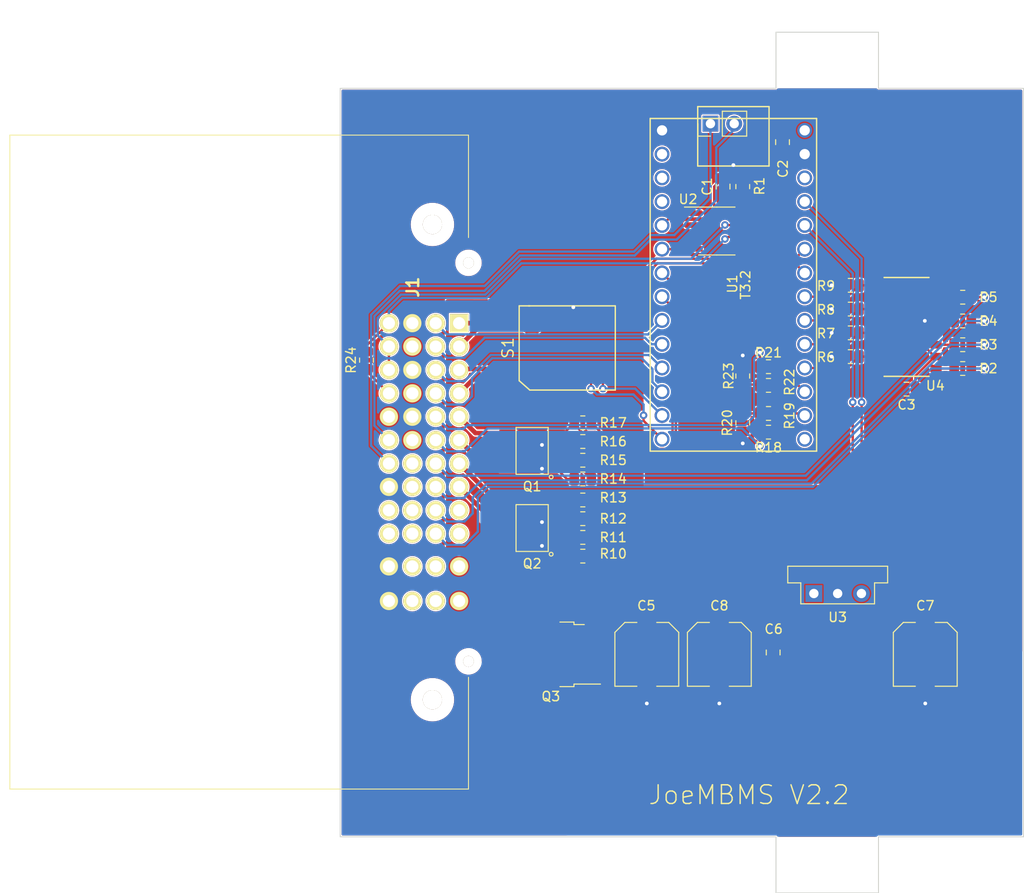
<source format=kicad_pcb>
(kicad_pcb (version 20211014) (generator pcbnew)
  (layers (0 "F.Cu" signal) (31 "B.Cu" signal) (34 "B.Paste" user) (35 "F.Paste" user) (36 "B.SilkS" user "B.Silkscreen") (37 "F.SilkS" user "F.Silkscreen") (38 "B.Mask" user) (39 "F.Mask" user) (44 "Edge.Cuts" user))
  (net 0 "")
  (net 1 "GND")
  (net 2 "+12V")
  (net 3 "Teensy_TX3")
  (net 4 "Teensy_RX3")
  (net 5 "Net-(R1-Pad2)")
  (net 6 "Net-(R2-Pad2)")
  (net 7 "Net-(R3-Pad2)")
  (net 8 "Net-(R4-Pad2)")
  (net 9 "Net-(R5-Pad2)")
  (net 10 "Teensy_IN2")
  (net 11 "Teensy_IN1")
  (net 12 "Teensy_IN3")
  (net 13 "Teensy_IN4")
  (net 14 "Teensy_OUT8")
  (net 15 "Teensy_OUT7")
  (net 16 "Teensy_OUT5")
  (net 17 "Teensy_OUT6")
  (net 18 "Teensy_ASEN2")
  (net 19 "Net-(R19-Pad1)")
  (net 20 "Teensy_ASEN1")
  (net 21 "Net-(R22-Pad1)")
  (net 22 "Teensy_OUT1")
  (net 23 "Teensy_OUT4")
  (net 24 "Teensy_OUT2")
  (net 25 "Teensy_OUT3")
  (net 31 "+3V3")
  (net 32 "Teensy_RX")
  (net 33 "Teensy_TX")
  (net 48 "J1_12V")
  (net 49 "J1_CANH")
  (net 50 "J1_IN4")
  (net 51 "J1_CANL")
  (net 52 "J1_IN3")
  (net 53 "J1_IN2")
  (net 54 "J1_OUT8")
  (net 55 "J1_IN1")
  (net 56 "J1_OUT7")
  (net 57 "J1_TX2")
  (net 58 "J1_OUT6")
  (net 59 "J1_RX2")
  (net 60 "J1_OUT5")
  (net 61 "J1_ASEN2")
  (net 62 "J1_OUT4")
  (net 63 "J1_ASEN1")
  (net 64 "J1_OUT3")
  (net 65 "J1_OUT2")
  (net 66 "J1_OUT1")
  (net 67 "J1_CAN_T_2")
  (net 68 "Net-(Q1-Pad4)")
  (net 69 "Net-(Q1-Pad2)")
  (net 70 "Net-(Q2-Pad4)")
  (net 71 "Net-(Q2-Pad2)")
  (net 74 "Teensy_D+")
  (net 75 "Teensy_D-")
  (net 76 "Teensy_VUSB")
  (footprint "Capacitor_SMD:C_Elec_6.3x7.7" (layer "F.Cu") (at 132.75 110.5 -90)
    (fp_text reference "C5")
    (fp_text value "100uF")
  )
  (footprint "Capacitor_SMD:C_0805_2012Metric" (layer "F.Cu") (at 146.25 110.3 90)
    (fp_text reference "C6")
    (fp_text value "10uF")
  )
  (footprint "Resistor_SMD:R_0805_2012Metric" (layer "F.Cu") (at 154.5 78.675 180)
    (fp_text reference "R6")
    (fp_text value "10k")
  )
  (footprint "Resistor_SMD:R_0805_2012Metric" (layer "F.Cu") (at 145.75 86.75 180)
    (fp_text reference "R18")
    (fp_text value "10k")
  )
  (footprint "TLP2934:TLP293-4" (layer "F.Cu") (at 160.5 75.5 180)
    (fp_text reference "U4")
    (fp_text value "IS281-4 " hide)
  )
  (footprint "Converter_DCDC:Converter_DCDC_muRata_OKI-78SR_Vertical" (layer "F.Cu") (at 150.6 104)
    (fp_text reference "U3")
    (fp_text value "DCDC 5V")
  )
  (footprint "Resistor_SMD:R_0805_2012Metric" (layer "F.Cu") (at 154.5 76.135 180)
    (fp_text reference "R7")
    (fp_text value "10k")
  )
  (footprint "Package_TO_SOT_SMD:TO-252-2" (layer "F.Cu") (at 122.5 110.5 180)
    (fp_text reference "Q3")
    (fp_text value "P-Chanel Mosfet")
  )
  (footprint "Resistor_SMD:R_0805_2012Metric" (layer "F.Cu") (at 154.5 71.055 180)
    (fp_text reference "R9")
    (fp_text value "10k")
  )
  (footprint "Resistor_SMD:R_0805_2012Metric" (layer "F.Cu") (at 125.9125 100 180)
    (fp_text reference "R10")
    (fp_text value "10k")
  )
  (footprint "Resistor_SMD:R_0805_2012Metric" (layer "F.Cu") (at 166.5 77.405 180)
    (fp_text reference "R3")
    (fp_text value "4.7k")
  )
  (footprint "JoeMBMS:SO-8_IRF956" (layer "F.Cu") (at 120.5 97 180)
    (fp_text reference "Q2")
    (fp_text value "BSO615NG")
  )
  (footprint "Resistor_SMD:R_0805_2012Metric" (layer "F.Cu") (at 166.5 79.945 180)
    (fp_text reference "R2")
    (fp_text value "4.7k")
  )
  (footprint "Resistor_SMD:R_0805_2012Metric" (layer "F.Cu") (at 102.8 79.05 90)
    (fp_text reference "R24")
    (fp_text value "120")
  )
  (footprint "Capacitor_SMD:C_Elec_6.3x7.7" (layer "F.Cu") (at 140.5 110.5 -90)
    (fp_text reference "C8")
    (fp_text value "100uF")
  )
  (footprint "Capacitor_SMD:C_0805_2012Metric" (layer "F.Cu") (at 147.25 55.75 90)
    (fp_text reference "C2")
    (fp_text value "10uF")
  )
  (footprint "Resistor_SMD:R_0805_2012Metric" (layer "F.Cu") (at 166.5 72.325 180)
    (fp_text reference "R5")
    (fp_text value "4.7k")
  )
  (footprint "Capacitor_SMD:C_0805_2012Metric" (layer "F.Cu") (at 160.5 82.15 180)
    (fp_text reference "C3")
    (fp_text value "10uF")
  )
  (footprint "Resistor_SMD:R_0805_2012Metric" (layer "F.Cu") (at 125.9125 98 180)
    (fp_text reference "R11")
    (fp_text value "220")
  )
  (footprint "Resistor_SMD:R_0805_2012Metric" (layer "F.Cu") (at 125.9125 94 180)
    (fp_text reference "R13")
    (fp_text value "220")
  )
  (footprint "Resistor_SMD:R_0805_2012Metric" (layer "F.Cu") (at 154.5 73.595 180)
    (fp_text reference "R8")
    (fp_text value "10k")
  )
  (footprint "Resistor_SMD:R_0805_2012Metric" (layer "F.Cu") (at 143 85.75 90)
    (fp_text reference "R20")
    (fp_text value "10k")
  )
  (footprint "Resistor_SMD:R_0805_2012Metric" (layer "F.Cu") (at 125.9125 96 180)
    (fp_text reference "R12")
    (fp_text value "10k")
  )
  (footprint "Resistor_SMD:R_0805_2012Metric" (layer "F.Cu") (at 143 80.75 -90)
    (fp_text reference "R23")
    (fp_text value "10k")
  )
  (footprint "Resistor_SMD:R_0805_2012Metric" (layer "F.Cu") (at 143 60.5 -90)
    (fp_text reference "R1")
    (fp_text value "10k")
  )
  (footprint "Capacitor_SMD:C_Elec_6.3x7.7" (layer "F.Cu") (at 162.5 110.5 -90)
    (fp_text reference "C7")
    (fp_text value "100uF")
  )
  (footprint "Molex_5007620481:5007620481" (layer "F.Cu") (at 112.7 75.1 -90)
    (fp_text reference "J1")
    (fp_text value "5007620481" hide)
  )
  (footprint "Resistor_SMD:R_0805_2012Metric" (layer "F.Cu") (at 166.5 74.865 180)
    (fp_text reference "R4")
    (fp_text value "4.7k")
  )
  (footprint "Resistor_SMD:R_0805_2012Metric" (layer "F.Cu") (at 145.75 79.75 180)
    (fp_text reference "R21")
    (fp_text value "10k")
  )
  (footprint "Resistor_SMD:R_0805_2012Metric" (layer "F.Cu") (at 145.75 81.75)
    (fp_text reference "R22")
    (fp_text value "10k")
  )
  (footprint "Resistor_SMD:R_0805_2012Metric" (layer "F.Cu") (at 125.9125 89.75 180)
    (fp_text reference "R15")
    (fp_text value "220")
  )
  (footprint "JoeMBMS:SO-8_IRF956" (layer "F.Cu") (at 120.5 88.75 180)
    (fp_text reference "Q1")
    (fp_text value "BSO615NG")
  )
  (footprint "Resistor_SMD:R_0805_2012Metric" (layer "F.Cu") (at 125.9125 91.75 180)
    (fp_text reference "R14")
    (fp_text value "10k")
  )
  (footprint "Resistor_SMD:R_0805_2012Metric" (layer "F.Cu") (at 125.9125 85.75 180)
    (fp_text reference "R17")
    (fp_text value "220")
  )
  (footprint "Resistor_SMD:R_0805_2012Metric" (layer "F.Cu") (at 125.9125 87.75 180)
    (fp_text reference "R16")
    (fp_text value "10k")
  )
  (footprint "MRV_SMD_Packages:PG-DSO-14-40_EP" (layer "F.Cu") (at 124.25 77.75)
    (fp_text reference "S1")
    (fp_text value "BTS5200-4")
  )
  (footprint "Capacitor_SMD:C_0805_2012Metric" (layer "F.Cu") (at 140.9 60.5 -90)
    (fp_text reference "C1")
    (fp_text value "100nF")
  )
  (footprint "Resistor_SMD:R_0805_2012Metric" (layer "F.Cu") (at 145.75 84.75)
    (fp_text reference "R19")
    (fp_text value "10k")
  )
  (footprint "Teensy:Teensy30_31_32_LC_Mod" (layer "F.Cu") (at 142 71 -90)
    (fp_text reference "U1")
    (fp_text value "Teensy3.2")
  )
  (footprint "Connector_PinHeader_2.54mm:PinHeader_1x02_P2.54mm_Vertical" (layer "F.Cu") (at 139.55 53.775 90)
    (fp_text reference "REF**" hide)
    (fp_text value "PinHeader_1x02_P2.54mm_Vertical")
  )
  (footprint "Package_SO:SOIC-8_3.9x4.9mm_P1.27mm" (layer "F.Cu") (at 140.225 65.25)
    (fp_text reference "U2")
    (fp_text value "SN65HVD251")
  )
  (gr_line (start 173 50) (end 173 130) (layer "Edge.Cuts") (width 0.1))
  (gr_line (start 173 130) (end 157.5 130) (layer "Edge.Cuts") (width 0.1))
  (gr_line (start 146.55 50) (end 146.55 44) (layer "Edge.Cuts") (width 0.1))
  (gr_line (start 146.55 44) (end 157.5 44) (layer "Edge.Cuts") (width 0.1))
  (gr_line (start 157.5 44) (end 157.5 50) (layer "Edge.Cuts") (width 0.1))
  (gr_line (start 157.5 50) (end 173 50) (layer "Edge.Cuts") (width 0.1))
  (gr_line (start 146.55 50) (end 146.55 50) (layer "Edge.Cuts") (width 0.1))
  (gr_line (start 146.55 130) (end 100 130) (layer "Edge.Cuts") (width 0.1))
  (gr_line (start 157.5 136) (end 146.55 136) (layer "Edge.Cuts") (width 0.1))
  (gr_line (start 157.5 136) (end 157.5 130) (layer "Edge.Cuts") (width 0.1))
  (gr_line (start 146.55 136) (end 146.55 130) (layer "Edge.Cuts") (width 0.1))
  (gr_line (start 100 130) (end 100 50) (layer "Edge.Cuts") (width 0.1))
  (gr_line (start 100 50) (end 146.55 50) (layer "Edge.Cuts") (width 0.1))
  (gr_text "JoeMBMS V2.2" (at 143.675 125.525) (layer "F.SilkS") (effects (font (size 2 2))))
  (segment (start 125.52 74.02) (end 124.9 73.4) (width 0.25) (layer "F.Cu") (net 1))
  (segment (start 124.25 74.905) (end 124.25 74.05) (width 0.25) (layer "F.Cu") (net 1))
  (segment (start 162.685 76.135) (end 162.685 75.085) (width 0.25) (layer "F.Cu") (net 1))
  (segment (start 139.94999 60.50001) (end 140.9 59.55) (width 0.25) (layer "F.Cu") (net 1))
  (segment (start 125 91.75) (end 124.205 91.75) (width 0.25) (layer "F.Cu") (net 1))
  (segment (start 163.649999 71.055) (end 163.511697 71.055) (width 0.25) (layer "F.Cu") (net 1))
  (segment (start 137.775 64.615) (end 138.75 64.615) (width 0.25) (layer "F.Cu") (net 1))
  (segment (start 123.11 90.655) (end 121.55 90.655) (width 0.5) (layer "F.Cu") (net 1))
  (segment (start 139.94999 63.41501) (end 139.94999 60.50001) (width 0.25) (layer "F.Cu") (net 1))
  (segment (start 162.828098 73.570001) (end 162.803099 73.595) (width 0.25) (layer "F.Cu") (net 1))
  (segment (start 143 59.5875) (end 143 59.2) (width 0.25) (layer "F.Cu") (net 1))
  (segment (start 163.649999 73.595) (end 162.803099 73.595) (width 0.25) (layer "F.Cu") (net 1))
  (segment (start 163.649999 78.675) (end 163.511697 78.675) (width 0.25) (layer "F.Cu") (net 1))
  (segment (start 163.649999 76.135) (end 162.685 76.135) (width 0.25) (layer "F.Cu") (net 1))
  (segment (start 162.803099 74.496901) (end 162.45 74.85) (width 0.25) (layer "F.Cu") (net 1))
  (segment (start 163.511697 78.675) (end 162.685 77.848303) (width 0.25) (layer "F.Cu") (net 1))
  (segment (start 149.62 57.03) (end 147.58 57.03) (width 0.25) (layer "F.Cu") (net 1))
  (segment (start 124.635 88.115) (end 125 87.75) (width 0.25) (layer "F.Cu") (net 1))
  (segment (start 147.58 57.03) (end 147.25 56.7) (width 0.25) (layer "F.Cu") (net 1))
  (segment (start 152.5 78.675) (end 153.5875 78.675) (width 0.25) (layer "F.Cu") (net 1))
  (segment (start 143 79.8375) (end 143 78.55) (width 0.25) (layer "F.Cu") (net 1))
  (segment (start 162.685 75.085) (end 162.45 74.85) (width 0.25) (layer "F.Cu") (net 1))
  (segment (start 162.828098 71.738599) (end 162.828098 72.911401) (width 0.25) (layer "F.Cu") (net 1))
  (segment (start 123.905 98.905) (end 125 100) (width 0.25) (layer "F.Cu") (net 1))
  (segment (start 125.52 74.905) (end 125.52 74.02) (width 0.25) (layer "F.Cu") (net 1))
  (segment (start 140.9 59.55) (end 140.9 59.3) (width 0.25) (layer "F.Cu") (net 1))
  (segment (start 152.5 76.135) (end 153.5875 76.135) (width 0.25) (layer "F.Cu") (net 1))
  (segment (start 124.25 74.05) (end 124.9 73.4) (width 0.25) (layer "F.Cu") (net 1))
  (segment (start 162.828098 72.911401) (end 162.828098 73.570001) (width 0.25) (layer "F.Cu") (net 1))
  (segment (start 123.11 98.905) (end 121.55 98.905) (width 0.5) (layer "F.Cu") (net 1))
  (segment (start 123.11 88.115) (end 121.55 88.115) (width 0.5) (layer "F.Cu") (net 1))
  (segment (start 140.9 59.3) (end 142 58.2) (width 0.25) (layer "F.Cu") (net 1))
  (segment (start 124.635 96.365) (end 125 96) (width 0.25) (layer "F.Cu") (net 1))
  (segment (start 143 59.2) (end 142 58.2) (width 0.25) (layer "F.Cu") (net 1))
  (segment (start 163.511697 71.055) (end 162.828098 71.738599) (width 0.25) (layer "F.Cu") (net 1))
  (segment (start 152.5 73.595) (end 153.5875 73.595) (width 0.25) (layer "F.Cu") (net 1))
  (segment (start 123.11 98.905) (end 123.905 98.905) (width 0.25) (layer "F.Cu") (net 1))
  (segment (start 143 87.95) (end 143 86.6625) (width 0.25) (layer "F.Cu") (net 1))
  (segment (start 138.75 64.615) (end 139.94999 63.41501) (width 0.25) (layer "F.Cu") (net 1))
  (segment (start 162.685 77.848303) (end 162.685 76.135) (width 0.25) (layer "F.Cu") (net 1))
  (segment (start 123.11 96.365) (end 121.55 96.365) (width 0.5) (layer "F.Cu") (net 1))
  (segment (start 161.45 80.736697) (end 161.45 82.15) (width 0.25) (layer "F.Cu") (net 1))
  (segment (start 123.11 88.115) (end 124.635 88.115) (width 0.25) (layer "F.Cu") (net 1))
  (segment (start 123.11 96.365) (end 124.635 96.365) (width 0.25) (layer "F.Cu") (net 1))
  (segment (start 152.5 71.055) (end 153.5875 71.055) (width 0.25) (layer "F.Cu") (net 1))
  (segment (start 124.205 91.75) (end 123.11 90.655) (width 0.25) (layer "F.Cu") (net 1))
  (segment (start 162.803099 73.595) (end 162.803099 74.496901) (width 0.25) (layer "F.Cu") (net 1))
  (segment (start 163.511697 78.675) (end 161.45 80.736697) (width 0.25) (layer "F.Cu") (net 1))
  (via (at 162.5 115.75) (size 0.8) (drill 0.4) (layers "F.Cu" "B.Cu") (net 1))
  (via (at 143 87.95) (size 0.8) (drill 0.4) (layers "F.Cu" "B.Cu") (net 1))
  (via (at 121.55 88.115) (size 0.8) (drill 0.4) (layers "F.Cu" "B.Cu") (net 1))
  (via (at 132.75 115.75) (size 0.8) (drill 0.4) (layers "F.Cu" "B.Cu") (net 1))
  (via (at 142 58.2) (size 0.8) (drill 0.4) (layers "F.Cu" "B.Cu") (net 1))
  (via (at 143 78.55) (size 0.8) (drill 0.4) (layers "F.Cu" "B.Cu") (net 1))
  (via (at 152.5 76.135) (size 0.8) (drill 0.4) (layers "F.Cu" "B.Cu") (net 1))
  (via (at 152.5 78.675) (size 0.8) (drill 0.4) (layers "F.Cu" "B.Cu") (net 1))
  (via (at 140.5 115.75) (size 0.8) (drill 0.4) (layers "F.Cu" "B.Cu") (net 1))
  (via (at 152.5 71.055) (size 0.8) (drill 0.4) (layers "F.Cu" "B.Cu") (net 1))
  (via (at 121.55 90.655) (size 0.8) (drill 0.4) (layers "F.Cu" "B.Cu") (net 1))
  (via (at 162.45 74.85) (size 0.8) (drill 0.4) (layers "F.Cu" "B.Cu") (net 1))
  (via (at 124.9 73.4) (size 0.8) (drill 0.4) (layers "F.Cu" "B.Cu") (net 1))
  (via (at 152.5 73.595) (size 0.8) (drill 0.4) (layers "F.Cu" "B.Cu") (net 1))
  (via (at 121.55 96.365) (size 0.8) (drill 0.4) (layers "F.Cu" "B.Cu") (net 1))
  (via (at 121.55 98.905) (size 0.8) (drill 0.4) (layers "F.Cu" "B.Cu") (net 1))
  (segment (start 134.38 77.35) (end 133.24863 77.35) (width 0.25) (layer "B.Cu") (net 3))
  (segment (start 115.425991 76.650011) (end 113.276001 78.800001) (width 0.25) (layer "B.Cu") (net 3))
  (segment (start 113.276001 78.800001) (end 111.400001 78.800001) (width 0.25) (layer "B.Cu") (net 3))
  (segment (start 133.24863 77.35) (end 132.548641 76.650011) (width 0.25) (layer "B.Cu") (net 3))
  (segment (start 132.548641 76.650011) (end 115.425991 76.650011) (width 0.25) (layer "B.Cu") (net 3))
  (segment (start 111.400001 78.800001) (end 110.2 77.6) (width 0.25) (layer "B.Cu") (net 3))
  (segment (start 134.38 74.81) (end 132.889999 76.300001) (width 0.25) (layer "B.Cu") (net 4))
  (segment (start 132.889999 76.300001) (end 111.400001 76.300001) (width 0.25) (layer "B.Cu") (net 4))
  (segment (start 111.400001 76.300001) (end 110.2 75.1) (width 0.25) (layer "B.Cu") (net 4))
  (segment (start 143 61.4125) (end 143 63.07) (width 0.25) (layer "F.Cu") (net 5))
  (segment (start 143 63.07) (end 142.725 63.345) (width 0.25) (layer "F.Cu") (net 5))
  (segment (start 163.649999 79.945) (end 165.5875 79.945) (width 0.25) (layer "F.Cu") (net 6))
  (segment (start 163.649999 77.405) (end 165.5875 77.405) (width 0.25) (layer "F.Cu") (net 7))
  (segment (start 163.649999 74.865) (end 165.5875 74.865) (width 0.25) (layer "F.Cu") (net 8))
  (segment (start 163.649999 72.325) (end 165.5875 72.325) (width 0.25) (layer "F.Cu") (net 9))
  (segment (start 154.1975 79.89) (end 155.4125 78.675) (width 0.25) (layer "F.Cu") (net 10))
  (segment (start 149.62 79.89) (end 154.1975 79.89) (width 0.25) (layer "F.Cu") (net 10))
  (segment (start 155.4125 78.675) (end 157.350001 78.675) (width 0.25) (layer "F.Cu") (net 10))
  (segment (start 155.4125 76.135) (end 157.350001 76.135) (width 0.25) (layer "F.Cu") (net 11))
  (segment (start 154.1975 77.35) (end 155.4125 76.135) (width 0.25) (layer "F.Cu") (net 11))
  (segment (start 149.62 77.35) (end 154.1975 77.35) (width 0.25) (layer "F.Cu") (net 11))
  (segment (start 154.1975 74.81) (end 155.4125 73.595) (width 0.25) (layer "F.Cu") (net 12))
  (segment (start 149.62 74.81) (end 154.1975 74.81) (width 0.25) (layer "F.Cu") (net 12))
  (segment (start 155.4125 73.595) (end 157.350001 73.595) (width 0.25) (layer "F.Cu") (net 12))
  (segment (start 149.62 72.27) (end 154.1975 72.27) (width 0.25) (layer "F.Cu") (net 13))
  (segment (start 155.4125 71.055) (end 157.350001 71.055) (width 0.25) (layer "F.Cu") (net 13))
  (segment (start 154.1975 72.27) (end 155.4125 71.055) (width 0.25) (layer "F.Cu") (net 13))
  (segment (start 135.5 87.907002) (end 134.872001 88.535001) (width 0.25) (layer "F.Cu") (net 14))
  (segment (start 135.5 73.39) (end 135.5 87.907002) (width 0.25) (layer "F.Cu") (net 14))
  (segment (start 134.872001 88.535001) (end 129.610001 88.535001) (width 0.25) (layer "F.Cu") (net 14))
  (segment (start 129.610001 88.535001) (end 126.825 85.75) (width 0.25) (layer "F.Cu") (net 14))
  (segment (start 134.38 72.27) (end 135.5 73.39) (width 0.25) (layer "F.Cu") (net 14))
  (segment (start 134.38 69.73) (end 135.85001 71.20001) (width 0.25) (layer "F.Cu") (net 15))
  (segment (start 127.689989 88.885011) (end 126.825 89.75) (width 0.25) (layer "F.Cu") (net 15))
  (segment (start 135.016979 88.885011) (end 127.689989 88.885011) (width 0.25) (layer "F.Cu") (net 15))
  (segment (start 135.85001 71.20001) (end 135.85001 88.05198) (width 0.25) (layer "F.Cu") (net 15))
  (segment (start 135.85001 88.05198) (end 135.016979 88.885011) (width 0.25) (layer "F.Cu") (net 15))
  (segment (start 154.75 83.55) (end 154.75 95.455012) (width 0.25) (layer "F.Cu") (net 16))
  (segment (start 130.475 97.65) (end 126.825 94) (width 0.25) (layer "F.Cu") (net 16))
  (segment (start 154.75 95.455012) (end 152.555012 97.65) (width 0.25) (layer "F.Cu") (net 16))
  (segment (start 152.555012 97.65) (end 130.475 97.65) (width 0.25) (layer "F.Cu") (net 16))
  (via (at 154.75 83.55) (size 0.8) (drill 0.4) (layers "F.Cu" "B.Cu") (net 16))
  (segment (start 149.62 64.65) (end 154.75 69.78) (width 0.25) (layer "B.Cu") (net 16))
  (segment (start 154.75 69.78) (end 154.75 83.55) (width 0.25) (layer "B.Cu") (net 16))
  (segment (start 155.7 95) (end 152.7 98) (width 0.25) (layer "F.Cu") (net 17))
  (segment (start 152.7 98) (end 126.825 98) (width 0.25) (layer "F.Cu") (net 17))
  (segment (start 155.7 83.55) (end 155.7 95) (width 0.25) (layer "F.Cu") (net 17))
  (via (at 155.7 83.55) (size 0.8) (drill 0.4) (layers "F.Cu" "B.Cu") (net 17))
  (segment (start 149.62 62.11) (end 155.6 68.09) (width 0.25) (layer "B.Cu") (net 17))
  (segment (start 155.7 83.55) (end 155.7 68.19) (width 0.25) (layer "B.Cu") (net 17))
  (segment (start 155.7 68.19) (end 155.6 68.09) (width 0.25) (layer "B.Cu") (net 17))
  (segment (start 149.4 84.75) (end 149.62 84.97) (width 0.25) (layer "F.Cu") (net 18))
  (segment (start 146.6625 86.75) (end 146.6625 84.75) (width 0.25) (layer "F.Cu") (net 18))
  (segment (start 146.6625 84.75) (end 149.4 84.75) (width 0.25) (layer "F.Cu") (net 18))
  (segment (start 144.8375 84.75) (end 143.0875 84.75) (width 0.25) (layer "F.Cu") (net 19))
  (segment (start 143.0875 84.75) (end 143 84.8375) (width 0.25) (layer "F.Cu") (net 19))
  (segment (start 146.6625 81.75) (end 148.94 81.75) (width 0.25) (layer "F.Cu") (net 20))
  (segment (start 148.94 81.75) (end 149.62 82.43) (width 0.25) (layer "F.Cu") (net 20))
  (segment (start 146.6625 79.75) (end 146.6625 81.75) (width 0.25) (layer "F.Cu") (net 20))
  (segment (start 144.75 81.6625) (end 144.8375 81.75) (width 0.25) (layer "F.Cu") (net 21))
  (segment (start 143 81.6625) (end 144.75 81.6625) (width 0.25) (layer "F.Cu") (net 21))
  (segment (start 128.06 82.1) (end 128.06 80.595) (width 0.25) (layer "F.Cu") (net 22))
  (via (at 128.06 82.1) (size 0.8) (drill 0.4) (layers "F.Cu" "B.Cu") (net 22))
  (segment (start 131.51 82.1) (end 134.38 84.97) (width 0.25) (layer "B.Cu") (net 22))
  (segment (start 128.06 82.1) (end 131.51 82.1) (width 0.25) (layer "B.Cu") (net 22))
  (segment (start 126.79 74.789998) (end 126.79 74.905) (width 0.25) (layer "F.Cu") (net 23))
  (segment (start 134.684999 68.215001) (end 133.784999 68.215001) (width 0.25) (layer "F.Cu") (net 23))
  (segment (start 133.55 68.45) (end 133.4 68.6) (width 0.25) (layer "F.Cu") (net 23))
  (segment (start 133.784999 68.215001) (end 133.4 68.6) (width 0.25) (layer "F.Cu") (net 23))
  (segment (start 128.0175 73.9825) (end 127.3825 73.9825) (width 0.25) (layer "F.Cu") (net 23))
  (segment (start 126.79 74.575) (end 127.3825 73.9825) (width 0.25) (layer "F.Cu") (net 23))
  (segment (start 133.4 68.6) (end 128.0175 73.9825) (width 0.25) (layer "F.Cu") (net 23))
  (segment (start 133.715001 68.284999) (end 133.55 68.45) (width 0.25) (layer "F.Cu") (net 23))
  (segment (start 133.784999 68.215001) (end 133.55 68.45) (width 0.25) (layer "F.Cu") (net 23))
  (segment (start 126.79 74.905) (end 126.79 74.575) (width 0.25) (layer "F.Cu") (net 23))
  (segment (start 148.594999 68.215001) (end 149.62 67.19) (width 0.25) (layer "F.Cu") (net 23))
  (segment (start 134.684999 68.215001) (end 148.594999 68.215001) (width 0.25) (layer "F.Cu") (net 23))
  (segment (start 134.38 87.51) (end 132.4 85.53) (width 0.25) (layer "F.Cu") (net 24))
  (segment (start 126.79 82.1) (end 126.79 80.595) (width 0.25) (layer "F.Cu") (net 24))
  (segment (start 132.4 85.53) (end 132.4 84.95) (width 0.25) (layer "F.Cu") (net 24))
  (via (at 126.79 82.1) (size 0.8) (drill 0.4) (layers "F.Cu" "B.Cu") (net 24))
  (via (at 132.4 84.95) (size 0.8) (drill 0.4) (layers "F.Cu" "B.Cu") (net 24))
  (segment (start 131.325001 82.725001) (end 132.4 83.8) (width 0.25) (layer "B.Cu") (net 24))
  (segment (start 132.4 83.8) (end 132.4 84.95) (width 0.25) (layer "B.Cu") (net 24))
  (segment (start 127.415001 82.725001) (end 131.325001 82.725001) (width 0.25) (layer "B.Cu") (net 24))
  (segment (start 126.79 82.1) (end 127.415001 82.725001) (width 0.25) (layer "B.Cu") (net 24))
  (segment (start 128.06 74.905) (end 128.06 74.532998) (width 0.25) (layer "F.Cu") (net 25))
  (segment (start 128.06 74.532998) (end 133.887999 68.704999) (width 0.25) (layer "F.Cu") (net 25))
  (segment (start 148.594999 68.704999) (end 149.62 69.73) (width 0.25) (layer "F.Cu") (net 25))
  (segment (start 133.887999 68.704999) (end 148.594999 68.704999) (width 0.25) (layer "F.Cu") (net 25))
  (segment (start 134.38 67.19) (end 137.74 67.19) (width 0.25) (layer "F.Cu") (net 32))
  (segment (start 137.74 67.19) (end 137.775 67.155) (width 0.25) (layer "F.Cu") (net 32))
  (segment (start 135.685 63.345) (end 137.775 63.345) (width 0.25) (layer "F.Cu") (net 33))
  (segment (start 134.38 64.65) (end 135.685 63.345) (width 0.25) (layer "F.Cu") (net 33))
  (segment (start 141.115 64.615) (end 141.1 64.6) (width 0.25) (layer "F.Cu") (net 49))
  (segment (start 105.2 80.1) (end 105.2 77.6) (width 0.25) (layer "F.Cu") (net 49))
  (segment (start 142.725 64.615) (end 141.115 64.615) (width 0.25) (layer "F.Cu") (net 49))
  (via (at 141.1 64.6) (size 0.8) (drill 0.4) (layers "F.Cu" "B.Cu") (net 49))
  (segment (start 103.999999 74.523999) (end 103.999999 76.399999) (width 0.25) (layer "B.Cu") (net 49))
  (segment (start 137.484999 68.215001) (end 119.334999 68.215001) (width 0.25) (layer "B.Cu") (net 49))
  (segment (start 106.473998 72.05) (end 103.999999 74.523999) (width 0.25) (layer "B.Cu") (net 49))
  (segment (start 141.1 64.6) (end 137.484999 68.215001) (width 0.25) (layer "B.Cu") (net 49))
  (segment (start 115.5 72.05) (end 106.473998 72.05) (width 0.25) (layer "B.Cu") (net 49))
  (segment (start 119.334999 68.215001) (end 115.5 72.05) (width 0.25) (layer "B.Cu") (net 49))
  (segment (start 103.999999 76.399999) (end 105.2 77.6) (width 0.25) (layer "B.Cu") (net 49))
  (segment (start 167.4125 72.325) (end 168.8 72.325) (width 0.25) (layer "F.Cu") (net 50))
  (via (at 168.8 72.325) (size 0.8) (drill 0.4) (layers "F.Cu" "B.Cu") (net 50))
  (segment (start 111.499999 91.399999) (end 149.725001 91.399999) (width 0.25) (layer "B.Cu") (net 50))
  (segment (start 110.2 90.1) (end 111.499999 91.399999) (width 0.25) (layer "B.Cu") (net 50))
  (segment (start 149.725001 91.399999) (end 168.8 72.325) (width 0.25) (layer "B.Cu") (net 50))
  (segment (start 142.725 65.885) (end 141.315 65.885) (width 0.25) (layer "F.Cu") (net 51))
  (segment (start 102.8 77.5) (end 102.8 78.1375) (width 0.25) (layer "F.Cu") (net 51))
  (segment (start 105.2 75.1) (end 102.8 77.5) (width 0.25) (layer "F.Cu") (net 51))
  (segment (start 141.315 65.885) (end 141.1 66.1) (width 0.25) (layer "F.Cu") (net 51))
  (via (at 141.1 66.1) (size 0.8) (drill 0.4) (layers "F.Cu" "B.Cu") (net 51))
  (segment (start 119.339989 68.704999) (end 115.644978 72.40001) (width 0.25) (layer "B.Cu") (net 51))
  (segment (start 141.1 66.1) (end 138.495001 68.704999) (width 0.25) (layer "B.Cu") (net 51))
  (segment (start 106.618976 72.40001) (end 105.2 73.818986) (width 0.25) (layer "B.Cu") (net 51))
  (segment (start 138.495001 68.704999) (end 119.339989 68.704999) (width 0.25) (layer "B.Cu") (net 51))
  (segment (start 115.644978 72.40001) (end 106.618976 72.40001) (width 0.25) (layer "B.Cu") (net 51))
  (segment (start 105.2 73.818986) (end 105.2 75.1) (width 0.25) (layer "B.Cu") (net 51))
  (segment (start 167.4125 74.865) (end 168.8 74.865) (width 0.25) (layer "F.Cu") (net 52))
  (via (at 168.8 74.865) (size 0.8) (drill 0.4) (layers "F.Cu" "B.Cu") (net 52))
  (segment (start 111.400001 93.800001) (end 113.199999 93.800001) (width 0.25) (layer "B.Cu") (net 52))
  (segment (start 166.885 74.865) (end 168.8 74.865) (width 0.25) (layer "B.Cu") (net 52))
  (segment (start 115.1 91.9) (end 149.85 91.9) (width 0.25) (layer "B.Cu") (net 52))
  (segment (start 110.2 92.6) (end 111.400001 93.800001) (width 0.25) (layer "B.Cu") (net 52))
  (segment (start 113.199999 93.800001) (end 115.1 91.9) (width 0.25) (layer "B.Cu") (net 52))
  (segment (start 149.85 91.9) (end 166.885 74.865) (width 0.25) (layer "B.Cu") (net 52))
  (segment (start 167.4125 79.945) (end 168.8 79.945) (width 0.25) (layer "F.Cu") (net 53))
  (via (at 168.8 79.945) (size 0.8) (drill 0.4) (layers "F.Cu" "B.Cu") (net 53))
  (segment (start 115.794968 92.60002) (end 150.49998 92.60002) (width 0.25) (layer "B.Cu") (net 53))
  (segment (start 114.7 93.694988) (end 115.794968 92.60002) (width 0.25) (layer "B.Cu") (net 53))
  (segment (start 150.49998 92.60002) (end 163.155 79.945) (width 0.25) (layer "B.Cu") (net 53))
  (segment (start 110.2 97.6) (end 111.400001 98.800001) (width 0.25) (layer "B.Cu") (net 53))
  (segment (start 113.276001 98.800001) (end 114.7 97.376002) (width 0.25) (layer "B.Cu") (net 53))
  (segment (start 163.155 79.945) (end 168.8 79.945) (width 0.25) (layer "B.Cu") (net 53))
  (segment (start 111.400001 98.800001) (end 113.276001 98.800001) (width 0.25) (layer "B.Cu") (net 53))
  (segment (start 114.7 97.376002) (end 114.7 93.694988) (width 0.25) (layer "B.Cu") (net 53))
  (segment (start 114.445 86.845) (end 112.7 85.1) (width 0.5) (layer "F.Cu") (net 54))
  (segment (start 114.445 86.845) (end 117.89 86.845) (width 0.5) (layer "F.Cu") (net 54))
  (segment (start 117.89 86.845) (end 117.89 88.115) (width 0.5) (layer "F.Cu") (net 54))
  (segment (start 167.4125 77.405) (end 168.8 77.405) (width 0.25) (layer "F.Cu") (net 55))
  (via (at 168.8 77.405) (size 0.8) (drill 0.4) (layers "F.Cu" "B.Cu") (net 55))
  (segment (start 114.15 95.426002) (end 114.15 93.75) (width 0.25) (layer "B.Cu") (net 55))
  (segment (start 165.195 77.405) (end 168.8 77.405) (width 0.25) (layer "B.Cu") (net 55))
  (segment (start 114.15 93.75) (end 115.64999 92.25001) (width 0.25) (layer "B.Cu") (net 55))
  (segment (start 115.64999 92.25001) (end 150.34999 92.25001) (width 0.25) (layer "B.Cu") (net 55))
  (segment (start 110.2 95.1) (end 111.400001 96.300001) (width 0.25) (layer "B.Cu") (net 55))
  (segment (start 111.400001 96.300001) (end 113.276001 96.300001) (width 0.25) (layer "B.Cu") (net 55))
  (segment (start 150.34999 92.25001) (end 165.195 77.405) (width 0.25) (layer "B.Cu") (net 55))
  (segment (start 113.276001 96.300001) (end 114.15 95.426002) (width 0.25) (layer "B.Cu") (net 55))
  (segment (start 117.89 89.385) (end 114.485 89.385) (width 0.5) (layer "F.Cu") (net 56))
  (segment (start 117.89 90.655) (end 117.89 89.385) (width 0.5) (layer "F.Cu") (net 56))
  (segment (start 114.485 89.385) (end 112.7 87.6) (width 0.5) (layer "F.Cu") (net 56))
  (segment (start 114.075 82.925) (end 113.199999 83.800001) (width 0.25) (layer "B.Cu") (net 57))
  (segment (start 113.199999 83.800001) (end 111.400001 83.800001) (width 0.25) (layer "B.Cu") (net 57))
  (segment (start 111.400001 83.800001) (end 110.2 82.6) (width 0.25) (layer "B.Cu") (net 57))
  (segment (start 133.354999 81.404999) (end 133.354999 80.004999) (width 0.25) (layer "B.Cu") (net 57))
  (segment (start 116.22098 78.85001) (end 114.075 80.99599) (width 0.25) (layer "B.Cu") (net 57))
  (segment (start 134.38 82.43) (end 133.354999 81.404999) (width 0.25) (layer "B.Cu") (net 57))
  (segment (start 133.354999 80.004999) (end 132.20001 78.85001) (width 0.25) (layer "B.Cu") (net 57))
  (segment (start 114.075 80.99599) (end 114.075 82.925) (width 0.25) (layer "B.Cu") (net 57))
  (segment (start 132.20001 78.85001) (end 116.22098 78.85001) (width 0.25) (layer "B.Cu") (net 57))
  (segment (start 116.635 97.635) (end 116.25 97.25) (width 0.5) (layer "F.Cu") (net 58))
  (segment (start 115.25 96.25) (end 116.25 97.25) (width 0.5) (layer "F.Cu") (net 58))
  (segment (start 117.89 97.635) (end 116.635 97.635) (width 0.5) (layer "F.Cu") (net 58))
  (segment (start 117.89 98.905) (end 117.89 97.635) (width 0.5) (layer "F.Cu") (net 58))
  (segment (start 115.25 95.15) (end 115.25 96.25) (width 0.5) (layer "F.Cu") (net 58))
  (segment (start 112.7 92.6) (end 115.25 95.15) (width 0.5) (layer "F.Cu") (net 58))
  (segment (start 132.99 78.5) (end 116.076002 78.5) (width 0.25) (layer "B.Cu") (net 59))
  (segment (start 134.38 79.89) (end 132.99 78.5) (width 0.25) (layer "B.Cu") (net 59))
  (segment (start 116.076002 78.5) (end 113.276001 81.300001) (width 0.25) (layer "B.Cu") (net 59))
  (segment (start 113.276001 81.300001) (end 111.400001 81.300001) (width 0.25) (layer "B.Cu") (net 59))
  (segment (start 111.400001 81.300001) (end 110.2 80.1) (width 0.25) (layer "B.Cu") (net 59))
  (segment (start 117.695 95.095) (end 112.7 90.1) (width 0.5) (layer "F.Cu") (net 60))
  (segment (start 117.89 95.095) (end 117.695 95.095) (width 0.25) (layer "F.Cu") (net 60))
  (segment (start 117.89 96.365) (end 117.89 95.095) (width 0.5) (layer "F.Cu") (net 60))
  (segment (start 144.8375 86.75) (end 144.8375 88.25) (width 0.25) (layer "F.Cu") (net 61))
  (via (at 144.8375 88.25) (size 0.8) (drill 0.4) (layers "F.Cu" "B.Cu") (net 61))
  (segment (start 144.8375 88.25) (end 142.932511 86.345011) (width 0.25) (layer "B.Cu") (net 61))
  (segment (start 142.927514 86.350008) (end 115.725994 86.350008) (width 0.25) (layer "B.Cu") (net 61))
  (segment (start 115.725994 86.350008) (end 113.276001 88.800001) (width 0.25) (layer "B.Cu") (net 61))
  (segment (start 113.276001 88.800001) (end 111.400001 88.800001) (width 0.25) (layer "B.Cu") (net 61))
  (segment (start 111.400001 88.800001) (end 110.2 87.6) (width 0.25) (layer "B.Cu") (net 61))
  (segment (start 142.932511 86.345011) (end 142.927514 86.350008) (width 0.25) (layer "B.Cu") (net 61))
  (segment (start 119.910001 75.910001) (end 119.70001 75.70001) (width 0.5) (layer "F.Cu") (net 62))
  (segment (start 119.70001 75.70001) (end 114.59999 75.70001) (width 0.5) (layer "F.Cu") (net 62))
  (segment (start 121.71 75.245002) (end 121.045001 75.910001) (width 0.5) (layer "F.Cu") (net 62))
  (segment (start 121.71 74.905) (end 121.71 75.245002) (width 0.5) (layer "F.Cu") (net 62))
  (segment (start 121.045001 75.910001) (end 119.910001 75.910001) (width 0.5) (layer "F.Cu") (net 62))
  (segment (start 114.59999 75.70001) (end 112.7 77.6) (width 0.5) (layer "F.Cu") (net 62))
  (segment (start 144.8375 79.75) (end 144.8375 78.25) (width 0.25) (layer "F.Cu") (net 63))
  (via (at 144.8375 78.25) (size 0.8) (drill 0.4) (layers "F.Cu" "B.Cu") (net 63))
  (segment (start 143.279997 85.995001) (end 115.304999 85.995001) (width 0.25) (layer "B.Cu") (net 63))
  (segment (start 113.576002 86) (end 113.176003 86.399999) (width 0.25) (layer "B.Cu") (net 63))
  (segment (start 111.499999 86.399999) (end 110.2 85.1) (width 0.25) (layer "B.Cu") (net 63))
  (segment (start 113.176003 86.399999) (end 111.499999 86.399999) (width 0.25) (layer "B.Cu") (net 63))
  (segment (start 115.304999 85.995001) (end 115.3 86) (width 0.25) (layer "B.Cu") (net 63))
  (segment (start 115.3 86) (end 113.576002 86) (width 0.25) (layer "B.Cu") (net 63))
  (segment (start 144.212499 78.875001) (end 144.212499 85.062499) (width 0.25) (layer "B.Cu") (net 63))
  (segment (start 144.8375 78.25) (end 144.212499 78.875001) (width 0.25) (layer "B.Cu") (net 63))
  (segment (start 144.212499 85.062499) (end 143.279997 85.995001) (width 0.25) (layer "B.Cu") (net 63))
  (segment (start 120.245 75.1) (end 120.44 74.905) (width 0.25) (layer "F.Cu") (net 64))
  (segment (start 112.7 75.1) (end 120.245 75.1) (width 0.5) (layer "F.Cu") (net 64))
  (segment (start 121.71 80.595) (end 121.71 80.254998) (width 0.5) (layer "F.Cu") (net 65))
  (segment (start 119.810001 79.589999) (end 119.40501 79.99499) (width 0.5) (layer "F.Cu") (net 65))
  (segment (start 112.80501 79.99499) (end 112.7 80.1) (width 0.5) (layer "F.Cu") (net 65))
  (segment (start 119.40501 79.99499) (end 112.80501 79.99499) (width 0.5) (layer "F.Cu") (net 65))
  (segment (start 121.71 80.254998) (end 121.045001 79.589999) (width 0.5) (layer "F.Cu") (net 65))
  (segment (start 121.045001 79.589999) (end 119.810001 79.589999) (width 0.5) (layer "F.Cu") (net 65))
  (segment (start 120.44 80.595) (end 114.705 80.595) (width 0.5) (layer "F.Cu") (net 66))
  (segment (start 114.705 80.595) (end 112.7 82.6) (width 0.5) (layer "F.Cu") (net 66))
  (segment (start 102.8 80.2) (end 102.8 79.9625) (width 0.25) (layer "F.Cu") (net 67))
  (segment (start 105.2 82.6) (end 102.8 80.2) (width 0.25) (layer "F.Cu") (net 67))
  (segment (start 123.905 86.845) (end 125 85.75) (width 0.25) (layer "F.Cu") (net 68))
  (segment (start 125 85.75) (end 125 85.925) (width 0.25) (layer "F.Cu") (net 68))
  (segment (start 125 85.925) (end 126.825 87.75) (width 0.25) (layer "F.Cu") (net 68))
  (segment (start 123.11 86.845) (end 123.905 86.845) (width 0.25) (layer "F.Cu") (net 68))
  (segment (start 125 89.75) (end 125 89.925) (width 0.25) (layer "F.Cu") (net 69))
  (segment (start 123.11 89.385) (end 124.635 89.385) (width 0.25) (layer "F.Cu") (net 69))
  (segment (start 124.635 89.385) (end 125 89.75) (width 0.25) (layer "F.Cu") (net 69))
  (segment (start 125 89.925) (end 126.825 91.75) (width 0.25) (layer "F.Cu") (net 69))
  (segment (start 123.905 95.095) (end 125 94) (width 0.25) (layer "F.Cu") (net 70))
  (segment (start 126.825 95.825) (end 125 94) (width 0.25) (layer "F.Cu") (net 70))
  (segment (start 123.11 95.095) (end 123.905 95.095) (width 0.25) (layer "F.Cu") (net 70))
  (segment (start 126.825 96) (end 126.825 95.825) (width 0.25) (layer "F.Cu") (net 70))
  (segment (start 124.635 97.635) (end 125 98) (width 0.25) (layer "F.Cu") (net 71))
  (segment (start 126.825 100) (end 126.825 99.825) (width 0.25) (layer "F.Cu") (net 71))
  (segment (start 123.11 97.635) (end 124.635 97.635) (width 0.25) (layer "F.Cu") (net 71))
  (segment (start 126.825 99.825) (end 125 98) (width 0.25) (layer "F.Cu") (net 71))
  (segment (start 133.155011 65.675001) (end 135.699999 65.675001) (width 0.25) (layer "B.Cu") (net 74))
  (segment (start 105.2 90.1) (end 103.299983 88.199983) (width 0.25) (layer "B.Cu") (net 74))
  (segment (start 139.55 61.75) (end 139.55 53.775) (width 0.25) (layer "B.Cu") (net 74))
  (segment (start 136.875 64.425) (end 139.55 61.75) (width 0.25) (layer "B.Cu") (net 74))
  (segment (start 115.485024 71.075) (end 119.110024 67.45) (width 0.25) (layer "B.Cu") (net 74))
  (segment (start 103.299983 74.205029) (end 106.385012 71.12) (width 0.25) (layer "B.Cu") (net 74))
  (segment (start 131.380012 67.45) (end 133.155011 65.675001) (width 0.25) (layer "B.Cu") (net 74))
  (segment (start 136.875 64.5) (end 136.875 64.425) (width 0.25) (layer "B.Cu") (net 74))
  (segment (start 135.699999 65.675001) (end 136.875 64.5) (width 0.25) (layer "B.Cu") (net 74))
  (segment (start 106.385012 71.12) (end 115.440038 71.12) (width 0.25) (layer "B.Cu") (net 74))
  (segment (start 103.299983 88.199983) (end 103.299983 74.205029) (width 0.25) (layer "B.Cu") (net 74))
  (segment (start 119.110024 67.45) (end 131.380012 67.45) (width 0.25) (layer "B.Cu") (net 74))
  (segment (start 140.175 61.929998) (end 140.175 56.31) (width 0.25) (layer "B.Cu") (net 75))
  (segment (start 103.649989 74.350011) (end 106.35 71.65) (width 0.25) (layer "B.Cu") (net 75))
  (segment (start 133.160001 66.164999) (end 135.939999 66.164999) (width 0.25) (layer "B.Cu") (net 75))
  (segment (start 131.460009 67.864991) (end 133.160001 66.164999) (width 0.25) (layer "B.Cu") (net 75))
  (segment (start 103.649989 86.049989) (end 103.649989 74.350011) (width 0.25) (layer "B.Cu") (net 75))
  (segment (start 140.175 56.31) (end 141.995 54.49) (width 0.25) (layer "B.Cu") (net 75))
  (segment (start 115.405012 71.65) (end 119.190021 67.864991) (width 0.25) (layer "B.Cu") (net 75))
  (segment (start 106.35 71.65) (end 115.405012 71.65) (width 0.25) (layer "B.Cu") (net 75))
  (segment (start 119.190021 67.864991) (end 131.460009 67.864991) (width 0.25) (layer "B.Cu") (net 75))
  (segment (start 105.2 87.6) (end 103.649989 86.049989) (width 0.25) (layer "B.Cu") (net 75))
  (segment (start 135.939999 66.164999) (end 140.175 61.929998) (width 0.25) (layer "B.Cu") (net 75))
  (segment (start 147.25 54.8) (end 149.31 54.8) (width 0.25) (layer "F.Cu") (net 76))
  (segment (start 149.31 54.8) (end 149.62 54.49) (width 0.25) (layer "F.Cu") (net 76))
  (zone (net 2) (net_name "+12V") (layer "F.Cu") (priority 1) (connect_pads yes (clearance 0.14)) (min_thickness 0.254) (fill yes (thermal_gap 0.508) (thermal_bridge_width 0.508))
    (polygon (pts (xy 132.4 92.4) (xy 151.8 92.4) (xy 151.8 110.236) (xy 124.5 110.236) (xy 124.5 106.68) (xy 117.2 106.68) (xy 115.65 103.25) (xy 114.1 99.7) (xy 111.3 99.7) (xy 111.3 72.55) (xy 132.4 72.6)))
  )
  (zone (net 1) (net_name "GND") (layer "F.Cu") (priority 1) (connect_pads yes (clearance 0.25)) (min_thickness 0.254) (fill yes (thermal_gap 0.508) (thermal_bridge_width 0.508))
    (polygon (pts (xy 172.9 130) (xy 124.5108 130) (xy 124.5108 110.49) (xy 172.9 110.5)))
  )
  (zone (net 48) (net_name "J1_12V") (layer "F.Cu") (priority 1) (connect_pads yes (clearance 0.25)) (min_thickness 0.254) (fill yes (thermal_gap 0.508) (thermal_bridge_width 0.508))
    (polygon (pts (xy 116.95 107) (xy 124.25 107) (xy 124.25 114) (xy 117 114) (xy 111.5 106) (xy 111.5 100) (xy 113.9 100)))
  )
  (zone (net 76) (net_name "Teensy_VUSB") (layer "F.Cu") (connect_pads yes (clearance 0.14)) (min_thickness 0.254) (fill yes (thermal_gap 1) (thermal_bridge_width 0.508))
    (polygon (pts (xy 172.9 130) (xy 100 130) (xy 100 50) (xy 172.9 50)))
  )
  (zone (net 1) (net_name "GND") (layer "B.Cu") (connect_pads yes (clearance 0.14)) (min_thickness 0.254) (fill yes (thermal_gap 0.508) (thermal_bridge_width 0.508))
    (polygon (pts (xy 172.9 130) (xy 100 130) (xy 100 50) (xy 172.9 50)))
  )
)
</source>
